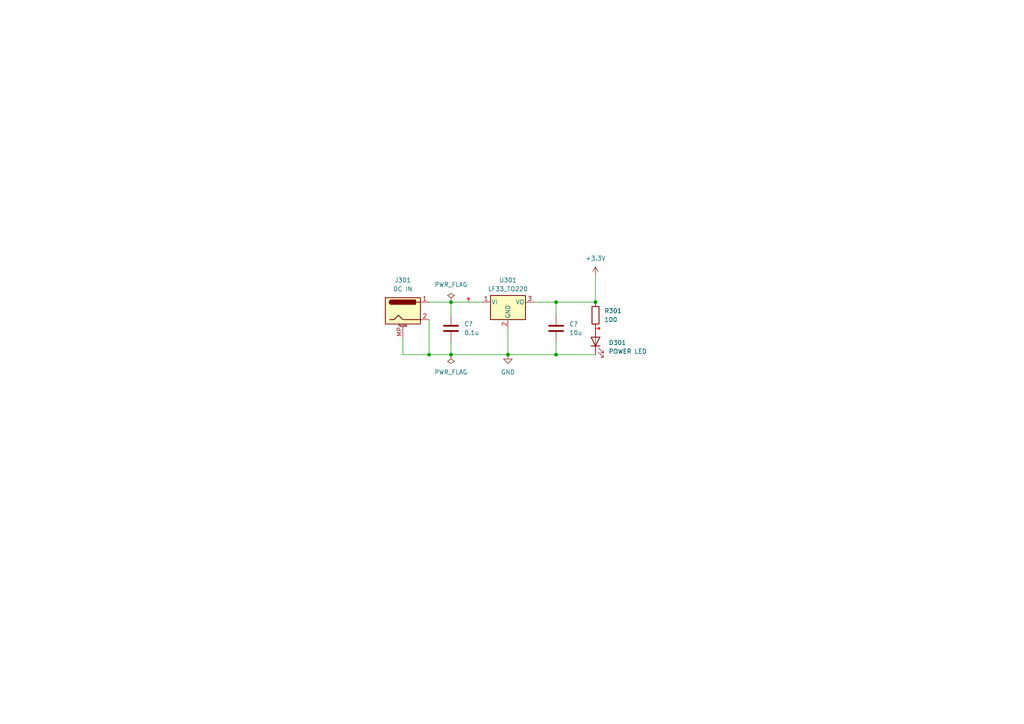
<source format=kicad_sch>
(kicad_sch (version 20230121) (generator eeschema)
  (paper "A4")
  (lib_symbols
    (symbol "Connector:Barrel_Jack_MountingPin" (pin_names hide)
      (property "Reference" "J" (at 0 5.334 0))
      (property "Value" "Barrel_Jack_MountingPin" (at 1.27 -6.35 0))
      (symbol "Barrel_Jack_MountingPin_0_1"
        (rectangle (start -5.08 3.81) (end 5.08 -3.81) (stroke (width 0.254)) (fill (type background)))
        (arc (start -3.302 3.175) (mid -3.9343 2.54) (end -3.302 1.905) (stroke (width 0.254)))
        (arc (start -3.302 3.175) (mid -3.9343 2.54) (end -3.302 1.905) (stroke (width 0.254)) (fill (type outline)))
        (polyline (pts (xy 5.08 2.54) (xy 3.81 2.54)) (stroke (width 0.254)))
        (polyline (pts (xy -3.81 -2.54) (xy -2.54 -2.54) (xy -1.27 -1.27) (xy 0 -2.54) (xy 2.54 -2.54) (xy 5.08 -2.54)) (stroke (width 0.254)))
        (rectangle (start 3.683 3.175) (end -3.302 1.905) (stroke (width 0.254)) (fill (type outline)))
      )
      (symbol "Barrel_Jack_MountingPin_1_1"
        (polyline (pts (xy -1.016 -4.572) (xy 1.016 -4.572)) (stroke (width 0.1524)))
        (text "Mounting" (at 0 -4.191 0) (effects (font (size 0.381 0.381))))
        (pin passive line (at 7.62 2.54 180) (length 2.54) (name "~") (number "1"))
        (pin passive line (at 7.62 -2.54 180) (length 2.54) (name "~") (number "2"))
        (pin passive line (at 0 -7.62 90) (length 3.048) (name "MountPin") (number "MP"))
      )
    )
    (symbol "Device:C" (pin_numbers hide) (pin_names (offset 0.254))
      (property "Reference" "C" (at 0.635 2.54 0))
      (property "Value" "C" (at 0.635 -2.54 0))
      (symbol "C_0_1"
        (polyline (pts (xy -2.032 -0.762) (xy 2.032 -0.762)) (stroke (width 0.508)))
        (polyline (pts (xy -2.032 0.762) (xy 2.032 0.762)) (stroke (width 0.508)))
      )
      (symbol "C_1_1"
        (pin passive line (at 0 3.81 270) (length 2.794) (name "~") (number "1"))
        (pin passive line (at 0 -3.81 90) (length 2.794) (name "~") (number "2"))
      )
    )
    (symbol "Device:LED" (pin_numbers hide) (pin_names (offset 1.016) hide)
      (property "Reference" "D" (at 0 2.54 0))
      (property "Value" "LED" (at 0 -2.54 0))
      (symbol "LED_0_1"
        (polyline (pts (xy -1.27 -1.27) (xy -1.27 1.27)) (stroke (width 0.254)))
        (polyline (pts (xy -1.27 0) (xy 1.27 0)))
        (polyline (pts (xy 1.27 -1.27) (xy 1.27 1.27) (xy -1.27 0) (xy 1.27 -1.27)) (stroke (width 0.254)))
        (polyline (pts (xy -3.048 -0.762) (xy -4.572 -2.286) (xy -3.81 -2.286) (xy -4.572 -2.286) (xy -4.572 -1.524)))
        (polyline (pts (xy -1.778 -0.762) (xy -3.302 -2.286) (xy -2.54 -2.286) (xy -3.302 -2.286) (xy -3.302 -1.524)))
      )
      (symbol "LED_1_1"
        (pin passive line (at -3.81 0 0) (length 2.54) (name "K") (number "1"))
        (pin passive line (at 3.81 0 180) (length 2.54) (name "A") (number "2"))
      )
    )
    (symbol "Device:R" (pin_numbers hide) (pin_names (offset 0))
      (property "Reference" "R" (at 2.032 0 90))
      (property "Value" "R" (at 0 0 90))
      (symbol "R_0_1"
        (rectangle (start -1.016 -2.54) (end 1.016 2.54) (stroke (width 0.254)))
      )
      (symbol "R_1_1"
        (pin passive line (at 0 3.81 270) (length 1.27) (name "~") (number "1"))
        (pin passive line (at 0 -3.81 90) (length 1.27) (name "~") (number "2"))
      )
    )
    (symbol "Regulator_Linear:LF33_TO220" (pin_names (offset 0.254))
      (property "Reference" "U" (at -3.81 3.175 0))
      (property "Value" "LF33_TO220" (at 0 3.175 0))
      (symbol "LF33_TO220_0_1"
        (rectangle (start -5.08 1.905) (end 5.08 -5.08) (stroke (width 0.254)) (fill (type background)))
      )
      (symbol "LF33_TO220_1_1"
        (pin power_in line (at -7.62 0 0) (length 2.54) (name "VI") (number "1"))
        (pin power_in line (at 0 -7.62 90) (length 2.54) (name "GND") (number "2"))
        (pin power_out line (at 7.62 0 180) (length 2.54) (name "VO") (number "3"))
      )
    )
    (symbol "power:+3.3V" (power) (pin_names (offset 0))
      (property "Value" "+3.3V" (at 0 3.556 0))
      (symbol "+3.3V_0_1"
        (polyline (pts (xy -0.762 1.27) (xy 0 2.54)))
        (polyline (pts (xy 0 0) (xy 0 2.54)))
        (polyline (pts (xy 0 2.54) (xy 0.762 1.27)))
      )
      (symbol "+3.3V_1_1"
        (pin power_in line (at 0 0 90) (length 0) hide (name "+3.3V") (number "1"))
      )
    )
    (symbol "power:GND" (power) (pin_names (offset 0))
      (property "Value" "GND" (at 0 -3.81 0))
      (symbol "GND_0_1"
        (polyline (pts (xy 0 0) (xy 0 -1.27) (xy 1.27 -1.27) (xy 0 -2.54) (xy -1.27 -1.27) (xy 0 -1.27)))
      )
      (symbol "GND_1_1"
        (pin power_in line (at 0 0 270) (length 0) hide (name "GND") (number "1"))
      )
    )
    (symbol "power:PWR_FLAG" (power) (pin_numbers hide) (pin_names (offset 0) hide)
      (property "Value" "PWR_FLAG" (at 0 3.81 0))
      (symbol "PWR_FLAG_0_0"
        (pin power_out line (at 0 0 90) (length 0) (name "pwr") (number "1"))
      )
      (symbol "PWR_FLAG_0_1"
        (polyline (pts (xy 0 0) (xy 0 1.27) (xy -1.016 1.905) (xy 0 2.54) (xy 1.016 1.905) (xy 0 1.27)))
      )
    )
  )
  (junction (at 161.29 87.63))
  (junction (at 161.29 102.87))
  (junction (at 130.81 102.87))
  (junction (at 124.46 102.87))
  (junction (at 147.32 102.87))
  (junction (at 130.81 87.63))
  (junction (at 172.72 87.63))
  (wire (pts (xy 161.29 102.87) (xy 172.72 102.87)))
  (wire (pts (xy 124.46 102.87) (xy 130.81 102.87)))
  (wire (pts (xy 130.81 91.44) (xy 130.81 87.63)))
  (wire (pts (xy 161.29 99.06) (xy 161.29 102.87)))
  (wire (pts (xy 130.81 102.87) (xy 147.32 102.87)))
  (wire (pts (xy 116.84 97.79) (xy 116.84 102.87)))
  (wire (pts (xy 147.32 95.25) (xy 147.32 102.87)))
  (wire (pts (xy 130.81 87.63) (xy 139.7 87.63)))
  (wire (pts (xy 161.29 87.63) (xy 172.72 87.63)))
  (wire (pts (xy 147.32 102.87) (xy 161.29 102.87)))
  (wire (pts (xy 161.29 87.63) (xy 161.29 91.44)))
  (wire (pts (xy 154.94 87.63) (xy 161.29 87.63)))
  (wire (pts (xy 172.72 87.63) (xy 172.72 80.01)))
  (wire (pts (xy 124.46 87.63) (xy 130.81 87.63)))
  (wire (pts (xy 124.46 92.71) (xy 124.46 102.87)))
  (wire (pts (xy 116.84 102.87) (xy 124.46 102.87)))
  (wire (pts (xy 130.81 99.06) (xy 130.81 102.87)))
  (netclass_flag "" (length 1) (shape dot) (at 172.72 95.25 270) (property "Netclass" "Power" (effects hide)))
  (netclass_flag "" (length 1) (shape dot) (at 135.89 87.63 0) (property "Netclass" "Power" (effects hide)))
  (symbol (lib_id "Connector:Barrel_Jack_MountingPin") (at 116.84 90.17 0) (unit 1)
    (property "Reference" "J301" (at 116.84 81.28 0))
    (property "Value" "DC IN" (at 116.84 83.82 0))
    (property "Footprint" "Connector_BarrelJack:BarrelJack_CUI_PJ-063AH_Horizontal_CircularHoles" (effects hide))
  )
  (symbol (lib_id "power:PWR_FLAG") (at 130.81 87.63 0) (unit 1)
    (property "Reference" "#FLG0301" (effects hide))
    (property "Value" "PWR_FLAG" (at 130.81 82.55 0))
  )
  (symbol (lib_id "Device:C") (at 130.81 95.25 180) (unit 1)
    (property "Reference" "C?" (at 134.62 93.98 0) (effects (justify right)))
    (property "Value" "0.1u" (at 134.62 96.52 0) (effects (justify right)))
    (property "Footprint" "Capacitor_THT:C_Disc_D3.4mm_W2.1mm_P2.50mm" (effects hide))
    (instances (project "jcap" (path "" (reference "C?") (unit 1)) (path "" (reference "C?") (unit 1)) (path "" (reference "C301") (unit 1))))
  )
  (symbol (lib_id "Regulator_Linear:LF33_TO220") (at 147.32 87.63 0) (unit 1)
    (property "Reference" "U301" (at 147.32 81.28 0))
    (property "Value" "LF33_TO220" (at 147.32 83.82 0))
    (property "Footprint" "Package_TO_SOT_THT:TO-220-3_Horizontal_TabDown" (effects hide))
    (property "Datasheet" "http://www.st.com/content/ccc/resource/technical/document/datasheet/c4/0e/7e/2a/be/bc/4c/bd/CD00000546.pdf/files/CD00000546.pdf/jcr:content/translations/en.CD00000546.pdf" (effects hide))
  )
  (symbol (lib_id "power:PWR_FLAG") (at 130.81 102.87 180) (unit 1)
    (property "Reference" "#FLG0302" (effects hide))
    (property "Value" "PWR_FLAG" (at 130.81 107.95 0))
  )
  (symbol (lib_id "Device:LED") (at 172.72 99.06 90) (unit 1)
    (property "Reference" "D301" (at 176.53 99.3775 90) (effects (justify right)))
    (property "Value" "POWER LED" (at 176.53 101.9175 90) (effects (justify right)))
    (property "Footprint" "LED_THT:LED_D5.0mm" (effects hide))
  )
  (symbol (lib_id "Device:R") (at 172.72 91.44 0) (unit 1)
    (property "Reference" "R301" (at 175.26 90.17 0) (effects (justify left)))
    (property "Value" "100" (at 175.26 92.71 0) (effects (justify left)))
    (property "Footprint" "Resistor_THT:R_Axial_DIN0207_L6.3mm_D2.5mm_P10.16mm_Horizontal" (effects hide))
  )
  (symbol (lib_id "Device:C") (at 161.29 95.25 180) (unit 1)
    (property "Reference" "C?" (at 165.1 93.98 0) (effects (justify right)))
    (property "Value" "10u" (at 165.1 96.52 0) (effects (justify right)))
    (property "Footprint" "Capacitor_THT:C_Disc_D3.4mm_W2.1mm_P2.50mm" (effects hide))
    (instances (project "jcap" (path "" (reference "C?") (unit 1)) (path "" (reference "C?") (unit 1)) (path "" (reference "C302") (unit 1))))
  )
  (symbol (lib_id "power:+3.3V") (at 172.72 80.01 0) (unit 1)
    (property "Reference" "#PWR0302" (effects hide))
    (property "Value" "+3.3V" (at 172.72 74.93 0))
  )
  (symbol (lib_id "power:GND") (at 147.32 102.87 0) (unit 1)
    (property "Reference" "#PWR0301" (effects hide))
    (property "Value" "GND" (at 147.32 107.95 0))
  )
)
</source>
